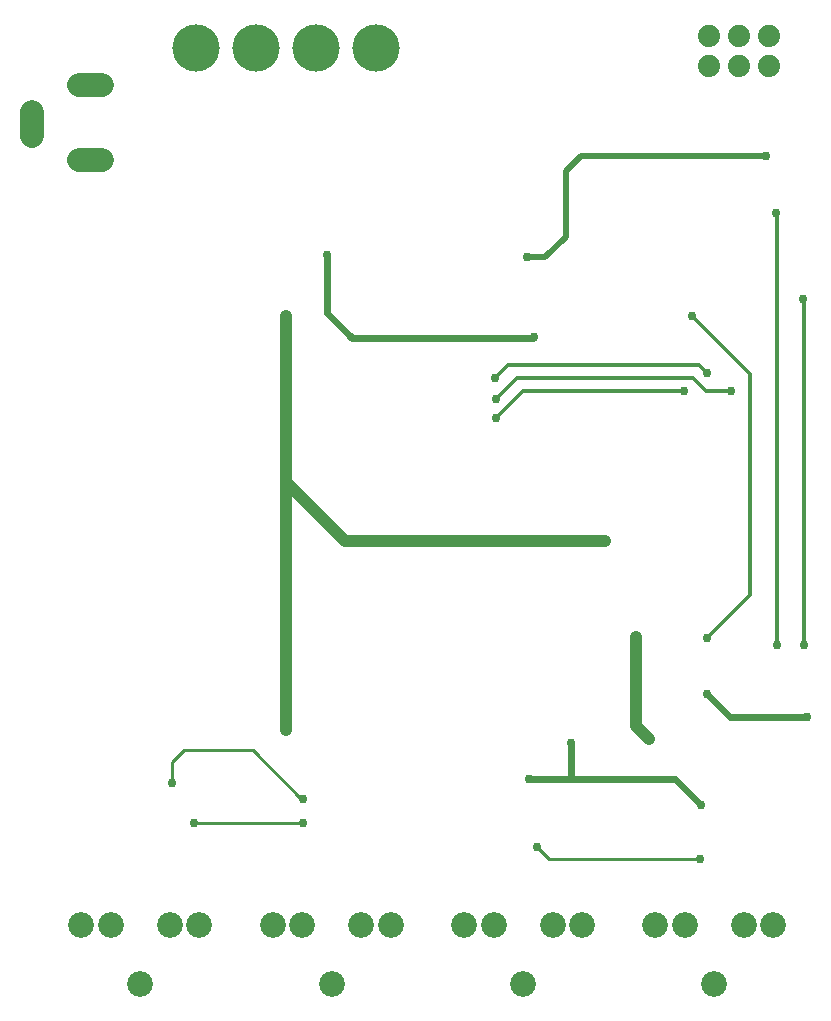
<source format=gbr>
G04 EAGLE Gerber RS-274X export*
G75*
%MOMM*%
%FSLAX34Y34*%
%LPD*%
%INBottom Copper*%
%IPPOS*%
%AMOC8*
5,1,8,0,0,1.08239X$1,22.5*%
G01*
%ADD10C,2.184400*%
%ADD11C,4.000000*%
%ADD12C,2.000000*%
%ADD13C,1.879600*%
%ADD14C,0.756400*%
%ADD15C,1.016000*%
%ADD16C,0.609600*%
%ADD17C,0.706400*%
%ADD18C,0.508000*%
%ADD19C,0.304800*%
%ADD20C,0.254000*%


D10*
X-217000Y35000D03*
X-242000Y85000D03*
X-267000Y85000D03*
X-192000Y85000D03*
X-167000Y85000D03*
X-379000Y35000D03*
X-404000Y85000D03*
X-429000Y85000D03*
X-354000Y85000D03*
X-329000Y85000D03*
X-541000Y35000D03*
X-566000Y85000D03*
X-591000Y85000D03*
X-516000Y85000D03*
X-491000Y85000D03*
X-703000Y35000D03*
X-728000Y85000D03*
X-753000Y85000D03*
X-678000Y85000D03*
X-653000Y85000D03*
D11*
X-655500Y827300D03*
X-604700Y827300D03*
X-553900Y827300D03*
X-503100Y827300D03*
D12*
X-735100Y732800D02*
X-755100Y732800D01*
X-755100Y795800D02*
X-735100Y795800D01*
X-795100Y772800D02*
X-795100Y752800D01*
D13*
X-221400Y812300D03*
X-221400Y837700D03*
X-196000Y812300D03*
X-196000Y837700D03*
X-170600Y812300D03*
X-170600Y837700D03*
D14*
X-283000Y329000D03*
D15*
X-283000Y253000D01*
X-272000Y242000D01*
D14*
X-272000Y242000D03*
X-310000Y410000D03*
D15*
X-530000Y410000D01*
X-580000Y460000D02*
X-580000Y600000D01*
D14*
X-580000Y600000D03*
D15*
X-580000Y460000D02*
X-530000Y410000D01*
X-580000Y460000D02*
X-580000Y250000D01*
D14*
X-580000Y250000D03*
X-545000Y652000D03*
D16*
X-545000Y603000D01*
X-524500Y582500D01*
X-524000Y582000D01*
X-371000Y582000D01*
X-370000Y583000D01*
D14*
X-370000Y583000D03*
X-223000Y280000D03*
D16*
X-204000Y261000D01*
X-139000Y261000D01*
D14*
X-139000Y261000D03*
D17*
X-524500Y582500D03*
D14*
X-374000Y208000D03*
D16*
X-338000Y208000D01*
X-250000Y208000D01*
X-228000Y186000D01*
D14*
X-228000Y186000D03*
X-338000Y239000D03*
D16*
X-338000Y208000D01*
D14*
X-173000Y736000D03*
D18*
X-330000Y736000D01*
X-343000Y723000D01*
X-343000Y667000D01*
X-360000Y650000D01*
X-376000Y650000D01*
D14*
X-376000Y650000D03*
X-141500Y321500D03*
D19*
X-141500Y614500D01*
X-142000Y615000D01*
D14*
X-142000Y615000D03*
X-164000Y322000D03*
D19*
X-164000Y688000D01*
X-165000Y688000D01*
D14*
X-165000Y688000D03*
X-565000Y171000D03*
D20*
X-658000Y171000D01*
D14*
X-658000Y171000D03*
X-229000Y141000D03*
D20*
X-357000Y141000D01*
X-367000Y151000D01*
D14*
X-367000Y151000D03*
X-676000Y205000D03*
D20*
X-676000Y223000D01*
X-666000Y233000D01*
X-608000Y233000D01*
X-566000Y191000D01*
X-565500Y191500D01*
D14*
X-565500Y191500D03*
X-236000Y600000D03*
D19*
X-187000Y551000D01*
X-187000Y364000D01*
X-223000Y328000D01*
D14*
X-223000Y328000D03*
X-402000Y530000D03*
D19*
X-384000Y548000D01*
X-235000Y548000D02*
X-224000Y537000D01*
X-203000Y537000D01*
D14*
X-203000Y537000D03*
D19*
X-235000Y548000D02*
X-384000Y548000D01*
D14*
X-403000Y548000D03*
D19*
X-392000Y559000D02*
X-230000Y559000D01*
X-392000Y559000D02*
X-403000Y548000D01*
X-230000Y559000D02*
X-223000Y552000D01*
D14*
X-223000Y552000D03*
X-402000Y514000D03*
D19*
X-379000Y537000D01*
X-243000Y537000D01*
D14*
X-243000Y537000D03*
M02*

</source>
